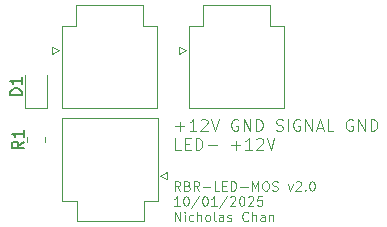
<source format=gbr>
%TF.GenerationSoftware,KiCad,Pcbnew,8.0.2*%
%TF.CreationDate,2025-01-10T12:21:57+08:00*%
%TF.ProjectId,LED_driver,4c45445f-6472-4697-9665-722e6b696361,rev?*%
%TF.SameCoordinates,Original*%
%TF.FileFunction,Legend,Top*%
%TF.FilePolarity,Positive*%
%FSLAX46Y46*%
G04 Gerber Fmt 4.6, Leading zero omitted, Abs format (unit mm)*
G04 Created by KiCad (PCBNEW 8.0.2) date 2025-01-10 12:21:57*
%MOMM*%
%LPD*%
G01*
G04 APERTURE LIST*
%ADD10C,0.100000*%
%ADD11C,0.080000*%
%ADD12C,0.150000*%
%ADD13C,0.120000*%
G04 APERTURE END LIST*
D10*
X119803884Y-76381522D02*
X120565789Y-76381522D01*
X120184836Y-76762475D02*
X120184836Y-76000570D01*
X121565788Y-76762475D02*
X120994360Y-76762475D01*
X121280074Y-76762475D02*
X121280074Y-75762475D01*
X121280074Y-75762475D02*
X121184836Y-75905332D01*
X121184836Y-75905332D02*
X121089598Y-76000570D01*
X121089598Y-76000570D02*
X120994360Y-76048189D01*
X121946741Y-75857713D02*
X121994360Y-75810094D01*
X121994360Y-75810094D02*
X122089598Y-75762475D01*
X122089598Y-75762475D02*
X122327693Y-75762475D01*
X122327693Y-75762475D02*
X122422931Y-75810094D01*
X122422931Y-75810094D02*
X122470550Y-75857713D01*
X122470550Y-75857713D02*
X122518169Y-75952951D01*
X122518169Y-75952951D02*
X122518169Y-76048189D01*
X122518169Y-76048189D02*
X122470550Y-76191046D01*
X122470550Y-76191046D02*
X121899122Y-76762475D01*
X121899122Y-76762475D02*
X122518169Y-76762475D01*
X122803884Y-75762475D02*
X123137217Y-76762475D01*
X123137217Y-76762475D02*
X123470550Y-75762475D01*
X125089598Y-75810094D02*
X124994360Y-75762475D01*
X124994360Y-75762475D02*
X124851503Y-75762475D01*
X124851503Y-75762475D02*
X124708646Y-75810094D01*
X124708646Y-75810094D02*
X124613408Y-75905332D01*
X124613408Y-75905332D02*
X124565789Y-76000570D01*
X124565789Y-76000570D02*
X124518170Y-76191046D01*
X124518170Y-76191046D02*
X124518170Y-76333903D01*
X124518170Y-76333903D02*
X124565789Y-76524379D01*
X124565789Y-76524379D02*
X124613408Y-76619617D01*
X124613408Y-76619617D02*
X124708646Y-76714856D01*
X124708646Y-76714856D02*
X124851503Y-76762475D01*
X124851503Y-76762475D02*
X124946741Y-76762475D01*
X124946741Y-76762475D02*
X125089598Y-76714856D01*
X125089598Y-76714856D02*
X125137217Y-76667236D01*
X125137217Y-76667236D02*
X125137217Y-76333903D01*
X125137217Y-76333903D02*
X124946741Y-76333903D01*
X125565789Y-76762475D02*
X125565789Y-75762475D01*
X125565789Y-75762475D02*
X126137217Y-76762475D01*
X126137217Y-76762475D02*
X126137217Y-75762475D01*
X126613408Y-76762475D02*
X126613408Y-75762475D01*
X126613408Y-75762475D02*
X126851503Y-75762475D01*
X126851503Y-75762475D02*
X126994360Y-75810094D01*
X126994360Y-75810094D02*
X127089598Y-75905332D01*
X127089598Y-75905332D02*
X127137217Y-76000570D01*
X127137217Y-76000570D02*
X127184836Y-76191046D01*
X127184836Y-76191046D02*
X127184836Y-76333903D01*
X127184836Y-76333903D02*
X127137217Y-76524379D01*
X127137217Y-76524379D02*
X127089598Y-76619617D01*
X127089598Y-76619617D02*
X126994360Y-76714856D01*
X126994360Y-76714856D02*
X126851503Y-76762475D01*
X126851503Y-76762475D02*
X126613408Y-76762475D01*
X128327694Y-76714856D02*
X128470551Y-76762475D01*
X128470551Y-76762475D02*
X128708646Y-76762475D01*
X128708646Y-76762475D02*
X128803884Y-76714856D01*
X128803884Y-76714856D02*
X128851503Y-76667236D01*
X128851503Y-76667236D02*
X128899122Y-76571998D01*
X128899122Y-76571998D02*
X128899122Y-76476760D01*
X128899122Y-76476760D02*
X128851503Y-76381522D01*
X128851503Y-76381522D02*
X128803884Y-76333903D01*
X128803884Y-76333903D02*
X128708646Y-76286284D01*
X128708646Y-76286284D02*
X128518170Y-76238665D01*
X128518170Y-76238665D02*
X128422932Y-76191046D01*
X128422932Y-76191046D02*
X128375313Y-76143427D01*
X128375313Y-76143427D02*
X128327694Y-76048189D01*
X128327694Y-76048189D02*
X128327694Y-75952951D01*
X128327694Y-75952951D02*
X128375313Y-75857713D01*
X128375313Y-75857713D02*
X128422932Y-75810094D01*
X128422932Y-75810094D02*
X128518170Y-75762475D01*
X128518170Y-75762475D02*
X128756265Y-75762475D01*
X128756265Y-75762475D02*
X128899122Y-75810094D01*
X129327694Y-76762475D02*
X129327694Y-75762475D01*
X130327693Y-75810094D02*
X130232455Y-75762475D01*
X130232455Y-75762475D02*
X130089598Y-75762475D01*
X130089598Y-75762475D02*
X129946741Y-75810094D01*
X129946741Y-75810094D02*
X129851503Y-75905332D01*
X129851503Y-75905332D02*
X129803884Y-76000570D01*
X129803884Y-76000570D02*
X129756265Y-76191046D01*
X129756265Y-76191046D02*
X129756265Y-76333903D01*
X129756265Y-76333903D02*
X129803884Y-76524379D01*
X129803884Y-76524379D02*
X129851503Y-76619617D01*
X129851503Y-76619617D02*
X129946741Y-76714856D01*
X129946741Y-76714856D02*
X130089598Y-76762475D01*
X130089598Y-76762475D02*
X130184836Y-76762475D01*
X130184836Y-76762475D02*
X130327693Y-76714856D01*
X130327693Y-76714856D02*
X130375312Y-76667236D01*
X130375312Y-76667236D02*
X130375312Y-76333903D01*
X130375312Y-76333903D02*
X130184836Y-76333903D01*
X130803884Y-76762475D02*
X130803884Y-75762475D01*
X130803884Y-75762475D02*
X131375312Y-76762475D01*
X131375312Y-76762475D02*
X131375312Y-75762475D01*
X131803884Y-76476760D02*
X132280074Y-76476760D01*
X131708646Y-76762475D02*
X132041979Y-75762475D01*
X132041979Y-75762475D02*
X132375312Y-76762475D01*
X133184836Y-76762475D02*
X132708646Y-76762475D01*
X132708646Y-76762475D02*
X132708646Y-75762475D01*
X134803884Y-75810094D02*
X134708646Y-75762475D01*
X134708646Y-75762475D02*
X134565789Y-75762475D01*
X134565789Y-75762475D02*
X134422932Y-75810094D01*
X134422932Y-75810094D02*
X134327694Y-75905332D01*
X134327694Y-75905332D02*
X134280075Y-76000570D01*
X134280075Y-76000570D02*
X134232456Y-76191046D01*
X134232456Y-76191046D02*
X134232456Y-76333903D01*
X134232456Y-76333903D02*
X134280075Y-76524379D01*
X134280075Y-76524379D02*
X134327694Y-76619617D01*
X134327694Y-76619617D02*
X134422932Y-76714856D01*
X134422932Y-76714856D02*
X134565789Y-76762475D01*
X134565789Y-76762475D02*
X134661027Y-76762475D01*
X134661027Y-76762475D02*
X134803884Y-76714856D01*
X134803884Y-76714856D02*
X134851503Y-76667236D01*
X134851503Y-76667236D02*
X134851503Y-76333903D01*
X134851503Y-76333903D02*
X134661027Y-76333903D01*
X135280075Y-76762475D02*
X135280075Y-75762475D01*
X135280075Y-75762475D02*
X135851503Y-76762475D01*
X135851503Y-76762475D02*
X135851503Y-75762475D01*
X136327694Y-76762475D02*
X136327694Y-75762475D01*
X136327694Y-75762475D02*
X136565789Y-75762475D01*
X136565789Y-75762475D02*
X136708646Y-75810094D01*
X136708646Y-75810094D02*
X136803884Y-75905332D01*
X136803884Y-75905332D02*
X136851503Y-76000570D01*
X136851503Y-76000570D02*
X136899122Y-76191046D01*
X136899122Y-76191046D02*
X136899122Y-76333903D01*
X136899122Y-76333903D02*
X136851503Y-76524379D01*
X136851503Y-76524379D02*
X136803884Y-76619617D01*
X136803884Y-76619617D02*
X136708646Y-76714856D01*
X136708646Y-76714856D02*
X136565789Y-76762475D01*
X136565789Y-76762475D02*
X136327694Y-76762475D01*
X120280074Y-78372419D02*
X119803884Y-78372419D01*
X119803884Y-78372419D02*
X119803884Y-77372419D01*
X120613408Y-77848609D02*
X120946741Y-77848609D01*
X121089598Y-78372419D02*
X120613408Y-78372419D01*
X120613408Y-78372419D02*
X120613408Y-77372419D01*
X120613408Y-77372419D02*
X121089598Y-77372419D01*
X121518170Y-78372419D02*
X121518170Y-77372419D01*
X121518170Y-77372419D02*
X121756265Y-77372419D01*
X121756265Y-77372419D02*
X121899122Y-77420038D01*
X121899122Y-77420038D02*
X121994360Y-77515276D01*
X121994360Y-77515276D02*
X122041979Y-77610514D01*
X122041979Y-77610514D02*
X122089598Y-77800990D01*
X122089598Y-77800990D02*
X122089598Y-77943847D01*
X122089598Y-77943847D02*
X122041979Y-78134323D01*
X122041979Y-78134323D02*
X121994360Y-78229561D01*
X121994360Y-78229561D02*
X121899122Y-78324800D01*
X121899122Y-78324800D02*
X121756265Y-78372419D01*
X121756265Y-78372419D02*
X121518170Y-78372419D01*
X122518170Y-77991466D02*
X123280075Y-77991466D01*
X124518170Y-77991466D02*
X125280075Y-77991466D01*
X124899122Y-78372419D02*
X124899122Y-77610514D01*
X126280074Y-78372419D02*
X125708646Y-78372419D01*
X125994360Y-78372419D02*
X125994360Y-77372419D01*
X125994360Y-77372419D02*
X125899122Y-77515276D01*
X125899122Y-77515276D02*
X125803884Y-77610514D01*
X125803884Y-77610514D02*
X125708646Y-77658133D01*
X126661027Y-77467657D02*
X126708646Y-77420038D01*
X126708646Y-77420038D02*
X126803884Y-77372419D01*
X126803884Y-77372419D02*
X127041979Y-77372419D01*
X127041979Y-77372419D02*
X127137217Y-77420038D01*
X127137217Y-77420038D02*
X127184836Y-77467657D01*
X127184836Y-77467657D02*
X127232455Y-77562895D01*
X127232455Y-77562895D02*
X127232455Y-77658133D01*
X127232455Y-77658133D02*
X127184836Y-77800990D01*
X127184836Y-77800990D02*
X126613408Y-78372419D01*
X126613408Y-78372419D02*
X127232455Y-78372419D01*
X127518170Y-77372419D02*
X127851503Y-78372419D01*
X127851503Y-78372419D02*
X128184836Y-77372419D01*
D11*
X120200250Y-81822025D02*
X119933583Y-81441072D01*
X119743107Y-81822025D02*
X119743107Y-81022025D01*
X119743107Y-81022025D02*
X120047869Y-81022025D01*
X120047869Y-81022025D02*
X120124059Y-81060120D01*
X120124059Y-81060120D02*
X120162154Y-81098215D01*
X120162154Y-81098215D02*
X120200250Y-81174406D01*
X120200250Y-81174406D02*
X120200250Y-81288691D01*
X120200250Y-81288691D02*
X120162154Y-81364882D01*
X120162154Y-81364882D02*
X120124059Y-81402977D01*
X120124059Y-81402977D02*
X120047869Y-81441072D01*
X120047869Y-81441072D02*
X119743107Y-81441072D01*
X120809773Y-81402977D02*
X120924059Y-81441072D01*
X120924059Y-81441072D02*
X120962154Y-81479168D01*
X120962154Y-81479168D02*
X121000250Y-81555358D01*
X121000250Y-81555358D02*
X121000250Y-81669644D01*
X121000250Y-81669644D02*
X120962154Y-81745834D01*
X120962154Y-81745834D02*
X120924059Y-81783930D01*
X120924059Y-81783930D02*
X120847869Y-81822025D01*
X120847869Y-81822025D02*
X120543107Y-81822025D01*
X120543107Y-81822025D02*
X120543107Y-81022025D01*
X120543107Y-81022025D02*
X120809773Y-81022025D01*
X120809773Y-81022025D02*
X120885964Y-81060120D01*
X120885964Y-81060120D02*
X120924059Y-81098215D01*
X120924059Y-81098215D02*
X120962154Y-81174406D01*
X120962154Y-81174406D02*
X120962154Y-81250596D01*
X120962154Y-81250596D02*
X120924059Y-81326787D01*
X120924059Y-81326787D02*
X120885964Y-81364882D01*
X120885964Y-81364882D02*
X120809773Y-81402977D01*
X120809773Y-81402977D02*
X120543107Y-81402977D01*
X121800250Y-81822025D02*
X121533583Y-81441072D01*
X121343107Y-81822025D02*
X121343107Y-81022025D01*
X121343107Y-81022025D02*
X121647869Y-81022025D01*
X121647869Y-81022025D02*
X121724059Y-81060120D01*
X121724059Y-81060120D02*
X121762154Y-81098215D01*
X121762154Y-81098215D02*
X121800250Y-81174406D01*
X121800250Y-81174406D02*
X121800250Y-81288691D01*
X121800250Y-81288691D02*
X121762154Y-81364882D01*
X121762154Y-81364882D02*
X121724059Y-81402977D01*
X121724059Y-81402977D02*
X121647869Y-81441072D01*
X121647869Y-81441072D02*
X121343107Y-81441072D01*
X122143107Y-81517263D02*
X122752631Y-81517263D01*
X123514535Y-81822025D02*
X123133583Y-81822025D01*
X123133583Y-81822025D02*
X123133583Y-81022025D01*
X123781202Y-81402977D02*
X124047868Y-81402977D01*
X124162154Y-81822025D02*
X123781202Y-81822025D01*
X123781202Y-81822025D02*
X123781202Y-81022025D01*
X123781202Y-81022025D02*
X124162154Y-81022025D01*
X124505012Y-81822025D02*
X124505012Y-81022025D01*
X124505012Y-81022025D02*
X124695488Y-81022025D01*
X124695488Y-81022025D02*
X124809774Y-81060120D01*
X124809774Y-81060120D02*
X124885964Y-81136310D01*
X124885964Y-81136310D02*
X124924059Y-81212501D01*
X124924059Y-81212501D02*
X124962155Y-81364882D01*
X124962155Y-81364882D02*
X124962155Y-81479168D01*
X124962155Y-81479168D02*
X124924059Y-81631549D01*
X124924059Y-81631549D02*
X124885964Y-81707739D01*
X124885964Y-81707739D02*
X124809774Y-81783930D01*
X124809774Y-81783930D02*
X124695488Y-81822025D01*
X124695488Y-81822025D02*
X124505012Y-81822025D01*
X125305012Y-81517263D02*
X125914536Y-81517263D01*
X126295488Y-81822025D02*
X126295488Y-81022025D01*
X126295488Y-81022025D02*
X126562154Y-81593453D01*
X126562154Y-81593453D02*
X126828821Y-81022025D01*
X126828821Y-81022025D02*
X126828821Y-81822025D01*
X127362155Y-81022025D02*
X127514536Y-81022025D01*
X127514536Y-81022025D02*
X127590726Y-81060120D01*
X127590726Y-81060120D02*
X127666917Y-81136310D01*
X127666917Y-81136310D02*
X127705012Y-81288691D01*
X127705012Y-81288691D02*
X127705012Y-81555358D01*
X127705012Y-81555358D02*
X127666917Y-81707739D01*
X127666917Y-81707739D02*
X127590726Y-81783930D01*
X127590726Y-81783930D02*
X127514536Y-81822025D01*
X127514536Y-81822025D02*
X127362155Y-81822025D01*
X127362155Y-81822025D02*
X127285964Y-81783930D01*
X127285964Y-81783930D02*
X127209774Y-81707739D01*
X127209774Y-81707739D02*
X127171678Y-81555358D01*
X127171678Y-81555358D02*
X127171678Y-81288691D01*
X127171678Y-81288691D02*
X127209774Y-81136310D01*
X127209774Y-81136310D02*
X127285964Y-81060120D01*
X127285964Y-81060120D02*
X127362155Y-81022025D01*
X128009773Y-81783930D02*
X128124059Y-81822025D01*
X128124059Y-81822025D02*
X128314535Y-81822025D01*
X128314535Y-81822025D02*
X128390726Y-81783930D01*
X128390726Y-81783930D02*
X128428821Y-81745834D01*
X128428821Y-81745834D02*
X128466916Y-81669644D01*
X128466916Y-81669644D02*
X128466916Y-81593453D01*
X128466916Y-81593453D02*
X128428821Y-81517263D01*
X128428821Y-81517263D02*
X128390726Y-81479168D01*
X128390726Y-81479168D02*
X128314535Y-81441072D01*
X128314535Y-81441072D02*
X128162154Y-81402977D01*
X128162154Y-81402977D02*
X128085964Y-81364882D01*
X128085964Y-81364882D02*
X128047869Y-81326787D01*
X128047869Y-81326787D02*
X128009773Y-81250596D01*
X128009773Y-81250596D02*
X128009773Y-81174406D01*
X128009773Y-81174406D02*
X128047869Y-81098215D01*
X128047869Y-81098215D02*
X128085964Y-81060120D01*
X128085964Y-81060120D02*
X128162154Y-81022025D01*
X128162154Y-81022025D02*
X128352631Y-81022025D01*
X128352631Y-81022025D02*
X128466916Y-81060120D01*
X129343107Y-81288691D02*
X129533583Y-81822025D01*
X129533583Y-81822025D02*
X129724060Y-81288691D01*
X129990726Y-81098215D02*
X130028822Y-81060120D01*
X130028822Y-81060120D02*
X130105012Y-81022025D01*
X130105012Y-81022025D02*
X130295488Y-81022025D01*
X130295488Y-81022025D02*
X130371679Y-81060120D01*
X130371679Y-81060120D02*
X130409774Y-81098215D01*
X130409774Y-81098215D02*
X130447869Y-81174406D01*
X130447869Y-81174406D02*
X130447869Y-81250596D01*
X130447869Y-81250596D02*
X130409774Y-81364882D01*
X130409774Y-81364882D02*
X129952631Y-81822025D01*
X129952631Y-81822025D02*
X130447869Y-81822025D01*
X130790727Y-81745834D02*
X130828822Y-81783930D01*
X130828822Y-81783930D02*
X130790727Y-81822025D01*
X130790727Y-81822025D02*
X130752631Y-81783930D01*
X130752631Y-81783930D02*
X130790727Y-81745834D01*
X130790727Y-81745834D02*
X130790727Y-81822025D01*
X131324060Y-81022025D02*
X131400250Y-81022025D01*
X131400250Y-81022025D02*
X131476441Y-81060120D01*
X131476441Y-81060120D02*
X131514536Y-81098215D01*
X131514536Y-81098215D02*
X131552631Y-81174406D01*
X131552631Y-81174406D02*
X131590726Y-81326787D01*
X131590726Y-81326787D02*
X131590726Y-81517263D01*
X131590726Y-81517263D02*
X131552631Y-81669644D01*
X131552631Y-81669644D02*
X131514536Y-81745834D01*
X131514536Y-81745834D02*
X131476441Y-81783930D01*
X131476441Y-81783930D02*
X131400250Y-81822025D01*
X131400250Y-81822025D02*
X131324060Y-81822025D01*
X131324060Y-81822025D02*
X131247869Y-81783930D01*
X131247869Y-81783930D02*
X131209774Y-81745834D01*
X131209774Y-81745834D02*
X131171679Y-81669644D01*
X131171679Y-81669644D02*
X131133583Y-81517263D01*
X131133583Y-81517263D02*
X131133583Y-81326787D01*
X131133583Y-81326787D02*
X131171679Y-81174406D01*
X131171679Y-81174406D02*
X131209774Y-81098215D01*
X131209774Y-81098215D02*
X131247869Y-81060120D01*
X131247869Y-81060120D02*
X131324060Y-81022025D01*
X120162154Y-83109980D02*
X119705011Y-83109980D01*
X119933583Y-83109980D02*
X119933583Y-82309980D01*
X119933583Y-82309980D02*
X119857392Y-82424265D01*
X119857392Y-82424265D02*
X119781202Y-82500456D01*
X119781202Y-82500456D02*
X119705011Y-82538551D01*
X120657393Y-82309980D02*
X120733583Y-82309980D01*
X120733583Y-82309980D02*
X120809774Y-82348075D01*
X120809774Y-82348075D02*
X120847869Y-82386170D01*
X120847869Y-82386170D02*
X120885964Y-82462361D01*
X120885964Y-82462361D02*
X120924059Y-82614742D01*
X120924059Y-82614742D02*
X120924059Y-82805218D01*
X120924059Y-82805218D02*
X120885964Y-82957599D01*
X120885964Y-82957599D02*
X120847869Y-83033789D01*
X120847869Y-83033789D02*
X120809774Y-83071885D01*
X120809774Y-83071885D02*
X120733583Y-83109980D01*
X120733583Y-83109980D02*
X120657393Y-83109980D01*
X120657393Y-83109980D02*
X120581202Y-83071885D01*
X120581202Y-83071885D02*
X120543107Y-83033789D01*
X120543107Y-83033789D02*
X120505012Y-82957599D01*
X120505012Y-82957599D02*
X120466916Y-82805218D01*
X120466916Y-82805218D02*
X120466916Y-82614742D01*
X120466916Y-82614742D02*
X120505012Y-82462361D01*
X120505012Y-82462361D02*
X120543107Y-82386170D01*
X120543107Y-82386170D02*
X120581202Y-82348075D01*
X120581202Y-82348075D02*
X120657393Y-82309980D01*
X121838345Y-82271885D02*
X121152631Y-83300456D01*
X122257393Y-82309980D02*
X122333583Y-82309980D01*
X122333583Y-82309980D02*
X122409774Y-82348075D01*
X122409774Y-82348075D02*
X122447869Y-82386170D01*
X122447869Y-82386170D02*
X122485964Y-82462361D01*
X122485964Y-82462361D02*
X122524059Y-82614742D01*
X122524059Y-82614742D02*
X122524059Y-82805218D01*
X122524059Y-82805218D02*
X122485964Y-82957599D01*
X122485964Y-82957599D02*
X122447869Y-83033789D01*
X122447869Y-83033789D02*
X122409774Y-83071885D01*
X122409774Y-83071885D02*
X122333583Y-83109980D01*
X122333583Y-83109980D02*
X122257393Y-83109980D01*
X122257393Y-83109980D02*
X122181202Y-83071885D01*
X122181202Y-83071885D02*
X122143107Y-83033789D01*
X122143107Y-83033789D02*
X122105012Y-82957599D01*
X122105012Y-82957599D02*
X122066916Y-82805218D01*
X122066916Y-82805218D02*
X122066916Y-82614742D01*
X122066916Y-82614742D02*
X122105012Y-82462361D01*
X122105012Y-82462361D02*
X122143107Y-82386170D01*
X122143107Y-82386170D02*
X122181202Y-82348075D01*
X122181202Y-82348075D02*
X122257393Y-82309980D01*
X123285964Y-83109980D02*
X122828821Y-83109980D01*
X123057393Y-83109980D02*
X123057393Y-82309980D01*
X123057393Y-82309980D02*
X122981202Y-82424265D01*
X122981202Y-82424265D02*
X122905012Y-82500456D01*
X122905012Y-82500456D02*
X122828821Y-82538551D01*
X124200250Y-82271885D02*
X123514536Y-83300456D01*
X124428821Y-82386170D02*
X124466917Y-82348075D01*
X124466917Y-82348075D02*
X124543107Y-82309980D01*
X124543107Y-82309980D02*
X124733583Y-82309980D01*
X124733583Y-82309980D02*
X124809774Y-82348075D01*
X124809774Y-82348075D02*
X124847869Y-82386170D01*
X124847869Y-82386170D02*
X124885964Y-82462361D01*
X124885964Y-82462361D02*
X124885964Y-82538551D01*
X124885964Y-82538551D02*
X124847869Y-82652837D01*
X124847869Y-82652837D02*
X124390726Y-83109980D01*
X124390726Y-83109980D02*
X124885964Y-83109980D01*
X125381203Y-82309980D02*
X125457393Y-82309980D01*
X125457393Y-82309980D02*
X125533584Y-82348075D01*
X125533584Y-82348075D02*
X125571679Y-82386170D01*
X125571679Y-82386170D02*
X125609774Y-82462361D01*
X125609774Y-82462361D02*
X125647869Y-82614742D01*
X125647869Y-82614742D02*
X125647869Y-82805218D01*
X125647869Y-82805218D02*
X125609774Y-82957599D01*
X125609774Y-82957599D02*
X125571679Y-83033789D01*
X125571679Y-83033789D02*
X125533584Y-83071885D01*
X125533584Y-83071885D02*
X125457393Y-83109980D01*
X125457393Y-83109980D02*
X125381203Y-83109980D01*
X125381203Y-83109980D02*
X125305012Y-83071885D01*
X125305012Y-83071885D02*
X125266917Y-83033789D01*
X125266917Y-83033789D02*
X125228822Y-82957599D01*
X125228822Y-82957599D02*
X125190726Y-82805218D01*
X125190726Y-82805218D02*
X125190726Y-82614742D01*
X125190726Y-82614742D02*
X125228822Y-82462361D01*
X125228822Y-82462361D02*
X125266917Y-82386170D01*
X125266917Y-82386170D02*
X125305012Y-82348075D01*
X125305012Y-82348075D02*
X125381203Y-82309980D01*
X125952631Y-82386170D02*
X125990727Y-82348075D01*
X125990727Y-82348075D02*
X126066917Y-82309980D01*
X126066917Y-82309980D02*
X126257393Y-82309980D01*
X126257393Y-82309980D02*
X126333584Y-82348075D01*
X126333584Y-82348075D02*
X126371679Y-82386170D01*
X126371679Y-82386170D02*
X126409774Y-82462361D01*
X126409774Y-82462361D02*
X126409774Y-82538551D01*
X126409774Y-82538551D02*
X126371679Y-82652837D01*
X126371679Y-82652837D02*
X125914536Y-83109980D01*
X125914536Y-83109980D02*
X126409774Y-83109980D01*
X127133584Y-82309980D02*
X126752632Y-82309980D01*
X126752632Y-82309980D02*
X126714536Y-82690932D01*
X126714536Y-82690932D02*
X126752632Y-82652837D01*
X126752632Y-82652837D02*
X126828822Y-82614742D01*
X126828822Y-82614742D02*
X127019298Y-82614742D01*
X127019298Y-82614742D02*
X127095489Y-82652837D01*
X127095489Y-82652837D02*
X127133584Y-82690932D01*
X127133584Y-82690932D02*
X127171679Y-82767123D01*
X127171679Y-82767123D02*
X127171679Y-82957599D01*
X127171679Y-82957599D02*
X127133584Y-83033789D01*
X127133584Y-83033789D02*
X127095489Y-83071885D01*
X127095489Y-83071885D02*
X127019298Y-83109980D01*
X127019298Y-83109980D02*
X126828822Y-83109980D01*
X126828822Y-83109980D02*
X126752632Y-83071885D01*
X126752632Y-83071885D02*
X126714536Y-83033789D01*
X119743107Y-84397935D02*
X119743107Y-83597935D01*
X119743107Y-83597935D02*
X120200250Y-84397935D01*
X120200250Y-84397935D02*
X120200250Y-83597935D01*
X120581202Y-84397935D02*
X120581202Y-83864601D01*
X120581202Y-83597935D02*
X120543106Y-83636030D01*
X120543106Y-83636030D02*
X120581202Y-83674125D01*
X120581202Y-83674125D02*
X120619297Y-83636030D01*
X120619297Y-83636030D02*
X120581202Y-83597935D01*
X120581202Y-83597935D02*
X120581202Y-83674125D01*
X121305011Y-84359840D02*
X121228820Y-84397935D01*
X121228820Y-84397935D02*
X121076439Y-84397935D01*
X121076439Y-84397935D02*
X121000249Y-84359840D01*
X121000249Y-84359840D02*
X120962154Y-84321744D01*
X120962154Y-84321744D02*
X120924058Y-84245554D01*
X120924058Y-84245554D02*
X120924058Y-84016982D01*
X120924058Y-84016982D02*
X120962154Y-83940792D01*
X120962154Y-83940792D02*
X121000249Y-83902697D01*
X121000249Y-83902697D02*
X121076439Y-83864601D01*
X121076439Y-83864601D02*
X121228820Y-83864601D01*
X121228820Y-83864601D02*
X121305011Y-83902697D01*
X121647868Y-84397935D02*
X121647868Y-83597935D01*
X121990725Y-84397935D02*
X121990725Y-83978887D01*
X121990725Y-83978887D02*
X121952630Y-83902697D01*
X121952630Y-83902697D02*
X121876439Y-83864601D01*
X121876439Y-83864601D02*
X121762153Y-83864601D01*
X121762153Y-83864601D02*
X121685963Y-83902697D01*
X121685963Y-83902697D02*
X121647868Y-83940792D01*
X122485963Y-84397935D02*
X122409773Y-84359840D01*
X122409773Y-84359840D02*
X122371678Y-84321744D01*
X122371678Y-84321744D02*
X122333582Y-84245554D01*
X122333582Y-84245554D02*
X122333582Y-84016982D01*
X122333582Y-84016982D02*
X122371678Y-83940792D01*
X122371678Y-83940792D02*
X122409773Y-83902697D01*
X122409773Y-83902697D02*
X122485963Y-83864601D01*
X122485963Y-83864601D02*
X122600249Y-83864601D01*
X122600249Y-83864601D02*
X122676440Y-83902697D01*
X122676440Y-83902697D02*
X122714535Y-83940792D01*
X122714535Y-83940792D02*
X122752630Y-84016982D01*
X122752630Y-84016982D02*
X122752630Y-84245554D01*
X122752630Y-84245554D02*
X122714535Y-84321744D01*
X122714535Y-84321744D02*
X122676440Y-84359840D01*
X122676440Y-84359840D02*
X122600249Y-84397935D01*
X122600249Y-84397935D02*
X122485963Y-84397935D01*
X123209773Y-84397935D02*
X123133583Y-84359840D01*
X123133583Y-84359840D02*
X123095488Y-84283649D01*
X123095488Y-84283649D02*
X123095488Y-83597935D01*
X123857393Y-84397935D02*
X123857393Y-83978887D01*
X123857393Y-83978887D02*
X123819298Y-83902697D01*
X123819298Y-83902697D02*
X123743107Y-83864601D01*
X123743107Y-83864601D02*
X123590726Y-83864601D01*
X123590726Y-83864601D02*
X123514536Y-83902697D01*
X123857393Y-84359840D02*
X123781202Y-84397935D01*
X123781202Y-84397935D02*
X123590726Y-84397935D01*
X123590726Y-84397935D02*
X123514536Y-84359840D01*
X123514536Y-84359840D02*
X123476440Y-84283649D01*
X123476440Y-84283649D02*
X123476440Y-84207459D01*
X123476440Y-84207459D02*
X123514536Y-84131268D01*
X123514536Y-84131268D02*
X123590726Y-84093173D01*
X123590726Y-84093173D02*
X123781202Y-84093173D01*
X123781202Y-84093173D02*
X123857393Y-84055078D01*
X124200250Y-84359840D02*
X124276441Y-84397935D01*
X124276441Y-84397935D02*
X124428822Y-84397935D01*
X124428822Y-84397935D02*
X124505012Y-84359840D01*
X124505012Y-84359840D02*
X124543108Y-84283649D01*
X124543108Y-84283649D02*
X124543108Y-84245554D01*
X124543108Y-84245554D02*
X124505012Y-84169363D01*
X124505012Y-84169363D02*
X124428822Y-84131268D01*
X124428822Y-84131268D02*
X124314536Y-84131268D01*
X124314536Y-84131268D02*
X124238346Y-84093173D01*
X124238346Y-84093173D02*
X124200250Y-84016982D01*
X124200250Y-84016982D02*
X124200250Y-83978887D01*
X124200250Y-83978887D02*
X124238346Y-83902697D01*
X124238346Y-83902697D02*
X124314536Y-83864601D01*
X124314536Y-83864601D02*
X124428822Y-83864601D01*
X124428822Y-83864601D02*
X124505012Y-83902697D01*
X125952632Y-84321744D02*
X125914536Y-84359840D01*
X125914536Y-84359840D02*
X125800251Y-84397935D01*
X125800251Y-84397935D02*
X125724060Y-84397935D01*
X125724060Y-84397935D02*
X125609774Y-84359840D01*
X125609774Y-84359840D02*
X125533584Y-84283649D01*
X125533584Y-84283649D02*
X125495489Y-84207459D01*
X125495489Y-84207459D02*
X125457393Y-84055078D01*
X125457393Y-84055078D02*
X125457393Y-83940792D01*
X125457393Y-83940792D02*
X125495489Y-83788411D01*
X125495489Y-83788411D02*
X125533584Y-83712220D01*
X125533584Y-83712220D02*
X125609774Y-83636030D01*
X125609774Y-83636030D02*
X125724060Y-83597935D01*
X125724060Y-83597935D02*
X125800251Y-83597935D01*
X125800251Y-83597935D02*
X125914536Y-83636030D01*
X125914536Y-83636030D02*
X125952632Y-83674125D01*
X126295489Y-84397935D02*
X126295489Y-83597935D01*
X126638346Y-84397935D02*
X126638346Y-83978887D01*
X126638346Y-83978887D02*
X126600251Y-83902697D01*
X126600251Y-83902697D02*
X126524060Y-83864601D01*
X126524060Y-83864601D02*
X126409774Y-83864601D01*
X126409774Y-83864601D02*
X126333584Y-83902697D01*
X126333584Y-83902697D02*
X126295489Y-83940792D01*
X127362156Y-84397935D02*
X127362156Y-83978887D01*
X127362156Y-83978887D02*
X127324061Y-83902697D01*
X127324061Y-83902697D02*
X127247870Y-83864601D01*
X127247870Y-83864601D02*
X127095489Y-83864601D01*
X127095489Y-83864601D02*
X127019299Y-83902697D01*
X127362156Y-84359840D02*
X127285965Y-84397935D01*
X127285965Y-84397935D02*
X127095489Y-84397935D01*
X127095489Y-84397935D02*
X127019299Y-84359840D01*
X127019299Y-84359840D02*
X126981203Y-84283649D01*
X126981203Y-84283649D02*
X126981203Y-84207459D01*
X126981203Y-84207459D02*
X127019299Y-84131268D01*
X127019299Y-84131268D02*
X127095489Y-84093173D01*
X127095489Y-84093173D02*
X127285965Y-84093173D01*
X127285965Y-84093173D02*
X127362156Y-84055078D01*
X127743109Y-83864601D02*
X127743109Y-84397935D01*
X127743109Y-83940792D02*
X127781204Y-83902697D01*
X127781204Y-83902697D02*
X127857394Y-83864601D01*
X127857394Y-83864601D02*
X127971680Y-83864601D01*
X127971680Y-83864601D02*
X128047871Y-83902697D01*
X128047871Y-83902697D02*
X128085966Y-83978887D01*
X128085966Y-83978887D02*
X128085966Y-84397935D01*
D12*
X106804819Y-73738094D02*
X105804819Y-73738094D01*
X105804819Y-73738094D02*
X105804819Y-73499999D01*
X105804819Y-73499999D02*
X105852438Y-73357142D01*
X105852438Y-73357142D02*
X105947676Y-73261904D01*
X105947676Y-73261904D02*
X106042914Y-73214285D01*
X106042914Y-73214285D02*
X106233390Y-73166666D01*
X106233390Y-73166666D02*
X106376247Y-73166666D01*
X106376247Y-73166666D02*
X106566723Y-73214285D01*
X106566723Y-73214285D02*
X106661961Y-73261904D01*
X106661961Y-73261904D02*
X106757200Y-73357142D01*
X106757200Y-73357142D02*
X106804819Y-73499999D01*
X106804819Y-73499999D02*
X106804819Y-73738094D01*
X106804819Y-72214285D02*
X106804819Y-72785713D01*
X106804819Y-72499999D02*
X105804819Y-72499999D01*
X105804819Y-72499999D02*
X105947676Y-72595237D01*
X105947676Y-72595237D02*
X106042914Y-72690475D01*
X106042914Y-72690475D02*
X106090533Y-72785713D01*
X106954819Y-77666666D02*
X106478628Y-77999999D01*
X106954819Y-78238094D02*
X105954819Y-78238094D01*
X105954819Y-78238094D02*
X105954819Y-77857142D01*
X105954819Y-77857142D02*
X106002438Y-77761904D01*
X106002438Y-77761904D02*
X106050057Y-77714285D01*
X106050057Y-77714285D02*
X106145295Y-77666666D01*
X106145295Y-77666666D02*
X106288152Y-77666666D01*
X106288152Y-77666666D02*
X106383390Y-77714285D01*
X106383390Y-77714285D02*
X106431009Y-77761904D01*
X106431009Y-77761904D02*
X106478628Y-77857142D01*
X106478628Y-77857142D02*
X106478628Y-78238094D01*
X106954819Y-76714285D02*
X106954819Y-77285713D01*
X106954819Y-76999999D02*
X105954819Y-76999999D01*
X105954819Y-76999999D02*
X106097676Y-77095237D01*
X106097676Y-77095237D02*
X106192914Y-77190475D01*
X106192914Y-77190475D02*
X106240533Y-77285713D01*
D13*
%TO.C,J3*%
X110237500Y-75640000D02*
X118317500Y-75640000D01*
X110237500Y-82660000D02*
X110237500Y-75640000D01*
X111437500Y-82660000D02*
X110237500Y-82660000D01*
X111437500Y-84360000D02*
X111437500Y-82660000D01*
X117117500Y-82660000D02*
X117117500Y-84360000D01*
X117117500Y-84360000D02*
X111437500Y-84360000D01*
X118317500Y-75640000D02*
X118317500Y-82660000D01*
X118317500Y-82660000D02*
X117117500Y-82660000D01*
X118517500Y-80550000D02*
X119117500Y-80250000D01*
X119117500Y-80250000D02*
X119117500Y-80850000D01*
X119117500Y-80850000D02*
X118517500Y-80550000D01*
%TO.C,J2*%
X120132500Y-69650000D02*
X120732500Y-69950000D01*
X120132500Y-70250000D02*
X120132500Y-69650000D01*
X120732500Y-69950000D02*
X120132500Y-70250000D01*
X120932500Y-67840000D02*
X122132500Y-67840000D01*
X120932500Y-74860000D02*
X120932500Y-67840000D01*
X122132500Y-66140000D02*
X127812500Y-66140000D01*
X122132500Y-67840000D02*
X122132500Y-66140000D01*
X127812500Y-66140000D02*
X127812500Y-67840000D01*
X127812500Y-67840000D02*
X129012500Y-67840000D01*
X129012500Y-67840000D02*
X129012500Y-74860000D01*
X129012500Y-74860000D02*
X120932500Y-74860000D01*
%TO.C,J1*%
X109382500Y-69650000D02*
X109982500Y-69950000D01*
X109382500Y-70250000D02*
X109382500Y-69650000D01*
X109982500Y-69950000D02*
X109382500Y-70250000D01*
X110182500Y-67840000D02*
X111382500Y-67840000D01*
X110182500Y-74860000D02*
X110182500Y-67840000D01*
X111382500Y-66140000D02*
X117062500Y-66140000D01*
X111382500Y-67840000D02*
X111382500Y-66140000D01*
X117062500Y-66140000D02*
X117062500Y-67840000D01*
X117062500Y-67840000D02*
X118262500Y-67840000D01*
X118262500Y-67840000D02*
X118262500Y-74860000D01*
X118262500Y-74860000D02*
X110182500Y-74860000D01*
%TO.C,D1*%
X107040000Y-72000000D02*
X107040000Y-74860000D01*
X107040000Y-74860000D02*
X108960000Y-74860000D01*
X108960000Y-74860000D02*
X108960000Y-72000000D01*
%TO.C,R1*%
X107265000Y-77272936D02*
X107265000Y-77727064D01*
X108735000Y-77272936D02*
X108735000Y-77727064D01*
%TD*%
M02*

</source>
